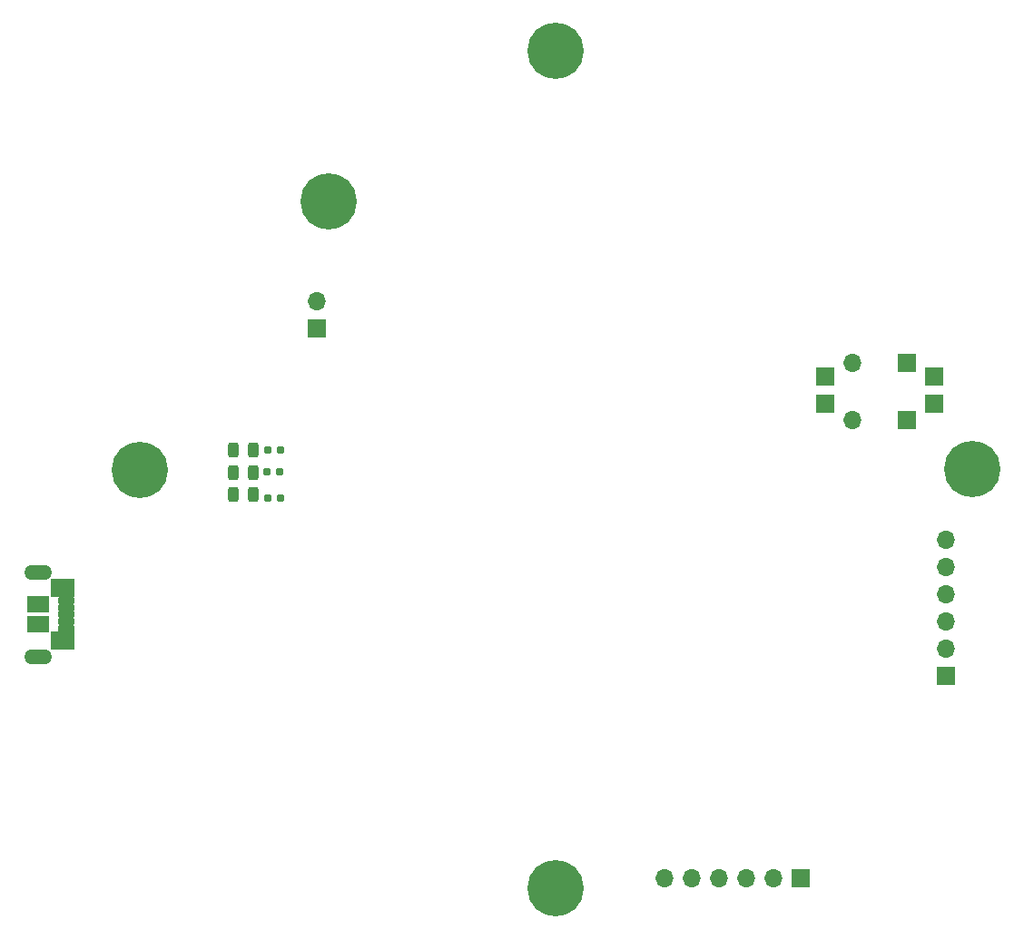
<source format=gbr>
%TF.GenerationSoftware,KiCad,Pcbnew,8.0.4*%
%TF.CreationDate,2025-02-07T11:38:19-05:00*%
%TF.ProjectId,payload_board,7061796c-6f61-4645-9f62-6f6172642e6b,1.0*%
%TF.SameCoordinates,Original*%
%TF.FileFunction,Soldermask,Bot*%
%TF.FilePolarity,Negative*%
%FSLAX46Y46*%
G04 Gerber Fmt 4.6, Leading zero omitted, Abs format (unit mm)*
G04 Created by KiCad (PCBNEW 8.0.4) date 2025-02-07 11:38:19*
%MOMM*%
%LPD*%
G01*
G04 APERTURE LIST*
G04 Aperture macros list*
%AMRoundRect*
0 Rectangle with rounded corners*
0 $1 Rounding radius*
0 $2 $3 $4 $5 $6 $7 $8 $9 X,Y pos of 4 corners*
0 Add a 4 corners polygon primitive as box body*
4,1,4,$2,$3,$4,$5,$6,$7,$8,$9,$2,$3,0*
0 Add four circle primitives for the rounded corners*
1,1,$1+$1,$2,$3*
1,1,$1+$1,$4,$5*
1,1,$1+$1,$6,$7*
1,1,$1+$1,$8,$9*
0 Add four rect primitives between the rounded corners*
20,1,$1+$1,$2,$3,$4,$5,0*
20,1,$1+$1,$4,$5,$6,$7,0*
20,1,$1+$1,$6,$7,$8,$9,0*
20,1,$1+$1,$8,$9,$2,$3,0*%
G04 Aperture macros list end*
%ADD10C,5.250000*%
%ADD11R,1.700000X1.700000*%
%ADD12O,1.700000X1.700000*%
%ADD13RoundRect,0.160000X-0.197500X-0.160000X0.197500X-0.160000X0.197500X0.160000X-0.197500X0.160000X0*%
%ADD14RoundRect,0.243750X-0.243750X-0.456250X0.243750X-0.456250X0.243750X0.456250X-0.243750X0.456250X0*%
%ADD15RoundRect,0.076200X-0.690000X-0.225000X0.690000X-0.225000X0.690000X0.225000X-0.690000X0.225000X0*%
%ADD16O,2.568400X1.360400*%
%ADD17RoundRect,0.076200X-1.050000X-0.737500X1.050000X-0.737500X1.050000X0.737500X-1.050000X0.737500X0*%
%ADD18RoundRect,0.076200X-0.950000X-0.687500X0.950000X-0.687500X0.950000X0.687500X-0.950000X0.687500X0*%
G04 APERTURE END LIST*
D10*
%TO.C,*%
X101782992Y-62956243D03*
%TD*%
D11*
%TO.C,J2*%
X99340000Y-82270000D03*
D12*
X99340000Y-79730000D03*
X99340000Y-77190000D03*
X99340000Y-74650000D03*
X99340000Y-72110000D03*
X99340000Y-69570000D03*
%TD*%
D11*
%TO.C,J15*%
X85852000Y-101092000D03*
D12*
X83312000Y-101092000D03*
X80772000Y-101092000D03*
X78232000Y-101092000D03*
X75692000Y-101092000D03*
X73152000Y-101092000D03*
%TD*%
D11*
%TO.C,J12*%
X40676000Y-49777000D03*
D12*
X40676000Y-47237000D03*
%TD*%
D10*
%TO.C,*%
X24195000Y-63000000D03*
%TD*%
%TO.C,J2*%
X62988996Y-102081941D03*
%TD*%
D13*
%TO.C,R10*%
X36127500Y-65610000D03*
X37322500Y-65610000D03*
%TD*%
D14*
%TO.C,D2*%
X32897500Y-65330000D03*
X34772500Y-65330000D03*
%TD*%
%TO.C,D3*%
X32877500Y-63250000D03*
X34752500Y-63250000D03*
%TD*%
D11*
%TO.C,J_Burn*%
X95705000Y-58360000D03*
X98245000Y-56800000D03*
X98245000Y-54260000D03*
X95705000Y-52990000D03*
D12*
X90625000Y-58360000D03*
D11*
X88085000Y-56800000D03*
X88085000Y-54260000D03*
D12*
X90625000Y-52990000D03*
%TD*%
D10*
%TO.C,*%
X41822243Y-37976859D03*
%TD*%
D14*
%TO.C,D4*%
X32867500Y-61150000D03*
X34742500Y-61150000D03*
%TD*%
D13*
%TO.C,R12*%
X36135000Y-61120000D03*
X37330000Y-61120000D03*
%TD*%
D15*
%TO.C,J7*%
X17360000Y-75217500D03*
X17360000Y-75867500D03*
X17360000Y-76517500D03*
X17360000Y-77167500D03*
X17360000Y-77817500D03*
D16*
X14700000Y-80467500D03*
D17*
X17000000Y-78980000D03*
D18*
X14700000Y-77455000D03*
X14700000Y-75580000D03*
D17*
X17000000Y-74055000D03*
D16*
X14700000Y-72567500D03*
%TD*%
D13*
%TO.C,R11*%
X36047500Y-63230000D03*
X37242500Y-63230000D03*
%TD*%
D10*
%TO.C,J5*%
X62988996Y-23896243D03*
%TD*%
M02*

</source>
